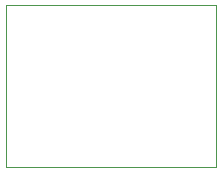
<source format=gbr>
%TF.GenerationSoftware,KiCad,Pcbnew,(6.0.0-rc1-310-gf24bdf4067)*%
%TF.CreationDate,2021-12-08T00:21:50+09:00*%
%TF.ProjectId,ykts-mcu-node,796b7473-2d6d-4637-952d-6e6f64652e6b,rev?*%
%TF.SameCoordinates,Original*%
%TF.FileFunction,Profile,NP*%
%FSLAX46Y46*%
G04 Gerber Fmt 4.6, Leading zero omitted, Abs format (unit mm)*
G04 Created by KiCad (PCBNEW (6.0.0-rc1-310-gf24bdf4067)) date 2021-12-08 00:21:50*
%MOMM*%
%LPD*%
G01*
G04 APERTURE LIST*
%TA.AperFunction,Profile*%
%ADD10C,0.050000*%
%TD*%
G04 APERTURE END LIST*
D10*
X102108000Y-76708000D02*
X102108000Y-90424000D01*
X119888000Y-90424000D02*
X119888000Y-76708000D01*
X119888000Y-90424000D02*
X102108000Y-90424000D01*
X102108000Y-76708000D02*
X119888000Y-76708000D01*
M02*

</source>
